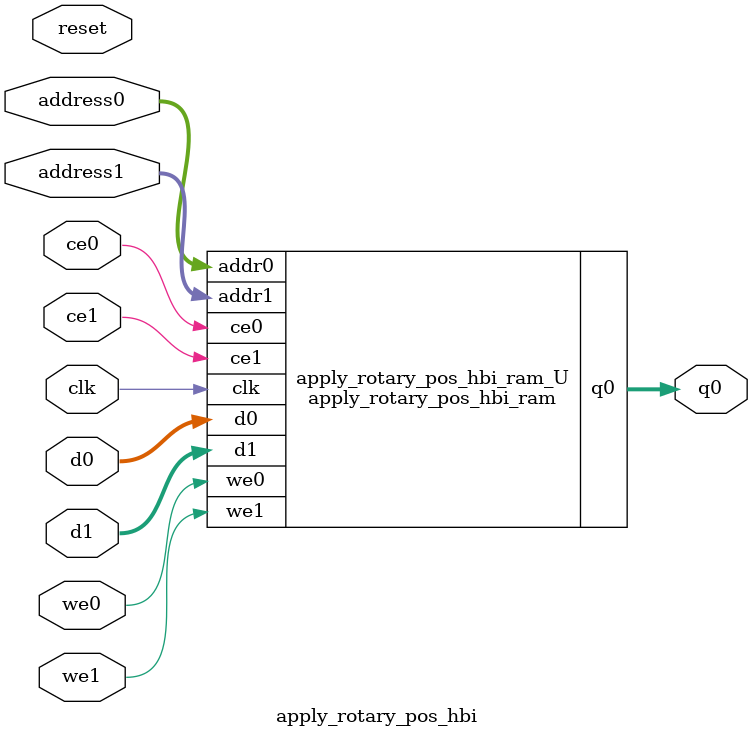
<source format=v>
`timescale 1 ns / 1 ps
module apply_rotary_pos_hbi_ram (addr0, ce0, d0, we0, q0, addr1, ce1, d1, we1,  clk);

parameter DWIDTH = 38;
parameter AWIDTH = 5;
parameter MEM_SIZE = 24;

input[AWIDTH-1:0] addr0;
input ce0;
input[DWIDTH-1:0] d0;
input we0;
output reg[DWIDTH-1:0] q0;
input[AWIDTH-1:0] addr1;
input ce1;
input[DWIDTH-1:0] d1;
input we1;
input clk;

(* ram_style = "block" *)reg [DWIDTH-1:0] ram[0:MEM_SIZE-1];




always @(posedge clk)  
begin 
    if (ce0) begin
        if (we0) 
            ram[addr0] <= d0; 
        q0 <= ram[addr0];
    end
end


always @(posedge clk)  
begin 
    if (ce1) begin
        if (we1) 
            ram[addr1] <= d1; 
    end
end


endmodule

`timescale 1 ns / 1 ps
module apply_rotary_pos_hbi(
    reset,
    clk,
    address0,
    ce0,
    we0,
    d0,
    q0,
    address1,
    ce1,
    we1,
    d1);

parameter DataWidth = 32'd38;
parameter AddressRange = 32'd24;
parameter AddressWidth = 32'd5;
input reset;
input clk;
input[AddressWidth - 1:0] address0;
input ce0;
input we0;
input[DataWidth - 1:0] d0;
output[DataWidth - 1:0] q0;
input[AddressWidth - 1:0] address1;
input ce1;
input we1;
input[DataWidth - 1:0] d1;



apply_rotary_pos_hbi_ram apply_rotary_pos_hbi_ram_U(
    .clk( clk ),
    .addr0( address0 ),
    .ce0( ce0 ),
    .we0( we0 ),
    .d0( d0 ),
    .q0( q0 ),
    .addr1( address1 ),
    .ce1( ce1 ),
    .we1( we1 ),
    .d1( d1 ));

endmodule


</source>
